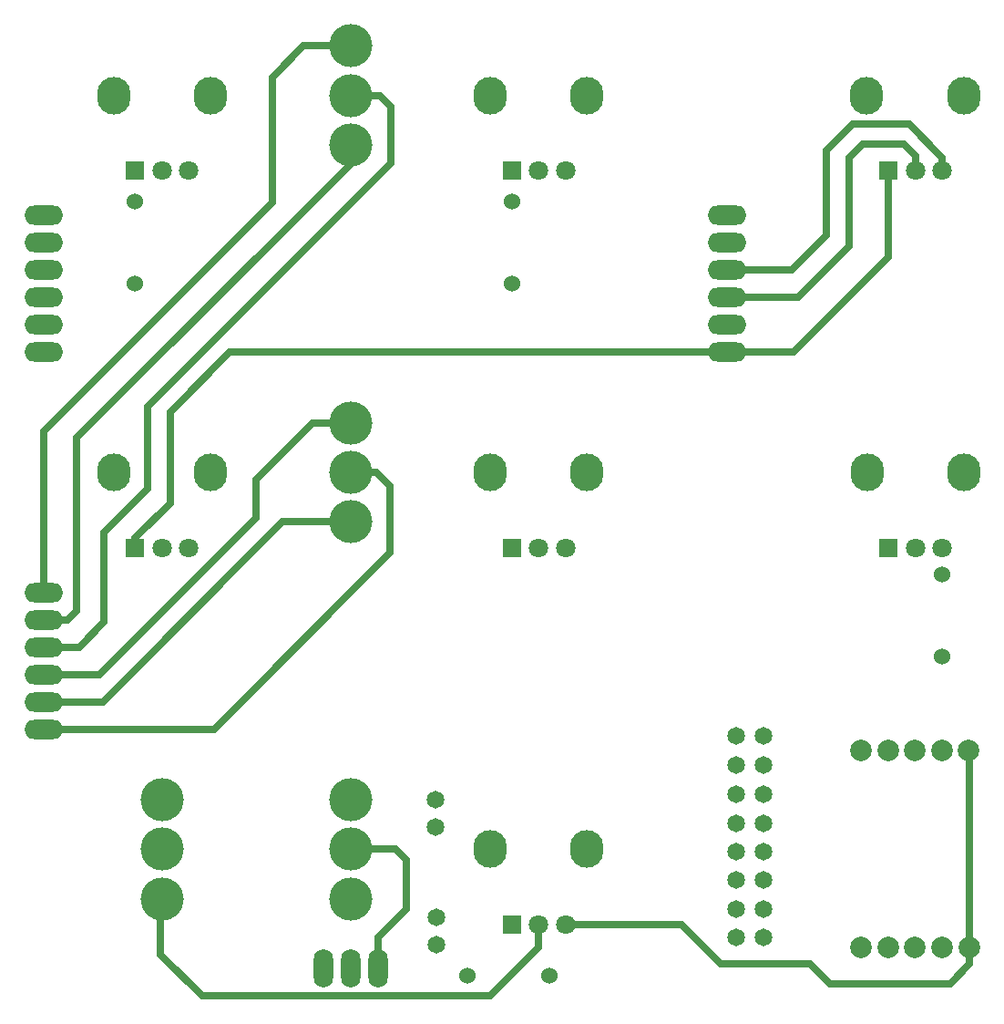
<source format=gbr>
G04 DipTrace 3.3.1.1*
G04 Bottom.gbr*
%MOIN*%
G04 #@! TF.FileFunction,Copper,L2,Bot*
G04 #@! TF.Part,Single*
G04 #@! TA.AperFunction,Conductor*
%ADD13C,0.025984*%
G04 #@! TA.AperFunction,ComponentPad*
%ADD14C,0.064961*%
%ADD15C,0.06*%
%ADD16C,0.06*%
%ADD17C,0.15748*%
%ADD18C,0.07874*%
%ADD19R,0.070866X0.070866*%
%ADD20O,0.122047X0.137795*%
%ADD21C,0.070866*%
%ADD22O,0.141732X0.070866*%
%ADD23O,0.070866X0.141732*%
%FSLAX26Y26*%
G04*
G70*
G90*
G75*
G01*
G04 Bottom*
%LPD*%
X3641686Y3464713D2*
D13*
Y3149017D1*
X3294087Y2801417D1*
X3050991D1*
X885993Y2086636D2*
Y2121699D1*
X1014507Y2250213D1*
Y2583823D1*
X1232101Y2801417D1*
X3050991D1*
X984302Y803152D2*
X1001079D1*
X978769Y780843D1*
Y599723D1*
X1130364Y448129D1*
X2183836D1*
X2362126Y626419D1*
Y708765D1*
X3838537Y3464713D2*
Y3514266D1*
X3716415Y3636388D1*
X3510189D1*
X3413269Y3539469D1*
Y3228278D1*
X3286408Y3101417D1*
X3050991D1*
X3740112Y3464713D2*
Y3520787D1*
X3696972Y3563927D1*
X3549126D1*
X3497181Y3511982D1*
Y3188320D1*
X3310278Y3001417D1*
X3050991D1*
X549690Y1923063D2*
Y2512041D1*
X1387993Y3350344D1*
Y3807465D1*
X1502206Y3921677D1*
X1673231D1*
X549690Y1823063D2*
X637356D1*
X671543Y1857251D1*
Y2488038D1*
X1673231Y3489726D1*
Y3559157D1*
X549690Y1723063D2*
X679906D1*
X771337Y1814495D1*
Y2143270D1*
X932314Y2304247D1*
Y2604014D1*
X1822047Y3493748D1*
Y3698596D1*
X1780226Y3740417D1*
X1673231D1*
X549690Y1623063D2*
X755507D1*
X1328018Y2195575D1*
Y2337560D1*
X1533984Y2543526D1*
X1673209D1*
X549690Y1523063D2*
X768117D1*
X1426060Y2181007D1*
X1673209D1*
X549690Y1423063D2*
X1173043D1*
X1818415Y2068434D1*
Y2311818D1*
X1767966Y2362266D1*
X1673209D1*
X3938232Y625097D2*
Y1343247D1*
X3935909Y1345570D1*
X2460551Y708765D2*
X2884064D1*
X3027621Y565209D1*
X3354549D1*
X3427198Y492559D1*
X3866403D1*
X3938232Y564388D1*
Y625097D1*
X1773445Y549559D2*
Y662478D1*
X1876924Y765957D1*
Y944594D1*
X1837104Y984415D1*
X1673151D1*
D14*
X3184228Y663172D3*
X3084228D3*
X3184228Y766664D3*
X3084228D3*
X3184228Y872963D3*
X3084228D3*
X3184228Y975035D3*
X3084228D3*
Y1080109D3*
X3184228D3*
X3084228Y1184689D3*
X3184228D3*
X3084228Y1292819D3*
X3184228D3*
X3084228Y1398333D3*
X3184228D3*
X1989198Y636335D3*
Y736335D3*
D15*
X3839451Y1688804D3*
D16*
Y1988804D3*
D15*
X885974Y3052370D3*
D16*
Y3352370D3*
D15*
X2263701Y3052370D3*
D16*
Y3352370D3*
D15*
X2401688Y521084D3*
D16*
X2101688D3*
D17*
X1673231Y3921677D3*
Y3740417D3*
Y3559157D3*
X1673209Y2543526D3*
Y2362266D3*
Y2181007D3*
X984302Y803152D3*
Y984412D3*
Y1165672D3*
X1673151Y803155D3*
Y984415D3*
Y1165675D3*
D18*
X3542720Y625333D3*
X3640988Y625255D3*
X3739295Y625176D3*
X3837799Y625136D3*
X3938232Y625097D3*
X3542262Y1345588D3*
X3640560D3*
X3738852D3*
X3837340D3*
X3935909Y1345570D3*
D19*
X3641686Y3464713D3*
D20*
X3562946Y3740303D3*
D21*
X3740112Y3464713D3*
D20*
X3917277Y3740303D3*
D21*
X3838537Y3464713D3*
D19*
X3641726Y2086636D3*
D20*
X3562986Y2362227D3*
D21*
X3740151Y2086636D3*
D20*
X3917316Y2362227D3*
D21*
X3838576Y2086636D3*
D19*
X885999Y3464713D3*
D20*
X807259Y3740303D3*
D21*
X984424Y3464713D3*
D20*
X1161589Y3740303D3*
D21*
X1082849Y3464713D3*
D19*
X2263707D3*
D20*
X2184967Y3740303D3*
D21*
X2362133Y3464713D3*
D20*
X2539298Y3740303D3*
D21*
X2460558Y3464713D3*
D19*
X885993Y2086636D3*
D20*
X807253Y2362227D3*
D21*
X984419Y2086636D3*
D20*
X1161584Y2362227D3*
D21*
X1082844Y2086636D3*
D19*
X2263651D3*
D20*
X2184911Y2362227D3*
D21*
X2362076Y2086636D3*
D20*
X2539241Y2362227D3*
D21*
X2460501Y2086636D3*
D19*
X2263701Y708765D3*
D20*
X2184961Y984356D3*
D21*
X2362126Y708765D3*
D20*
X2539291Y984356D3*
D21*
X2460551Y708765D3*
D22*
X3050991Y3101417D3*
Y3001417D3*
Y2901417D3*
Y2801417D3*
Y3201417D3*
Y3301417D3*
X549690Y3101331D3*
Y3001331D3*
Y2901331D3*
Y2801331D3*
Y3201331D3*
Y3301331D3*
Y1723063D3*
Y1623063D3*
Y1523063D3*
Y1423063D3*
Y1823063D3*
Y1923063D3*
D23*
X1773445Y549559D3*
X1673445D3*
X1573445D3*
D14*
X1985433Y1065562D3*
Y1165562D3*
M02*

</source>
